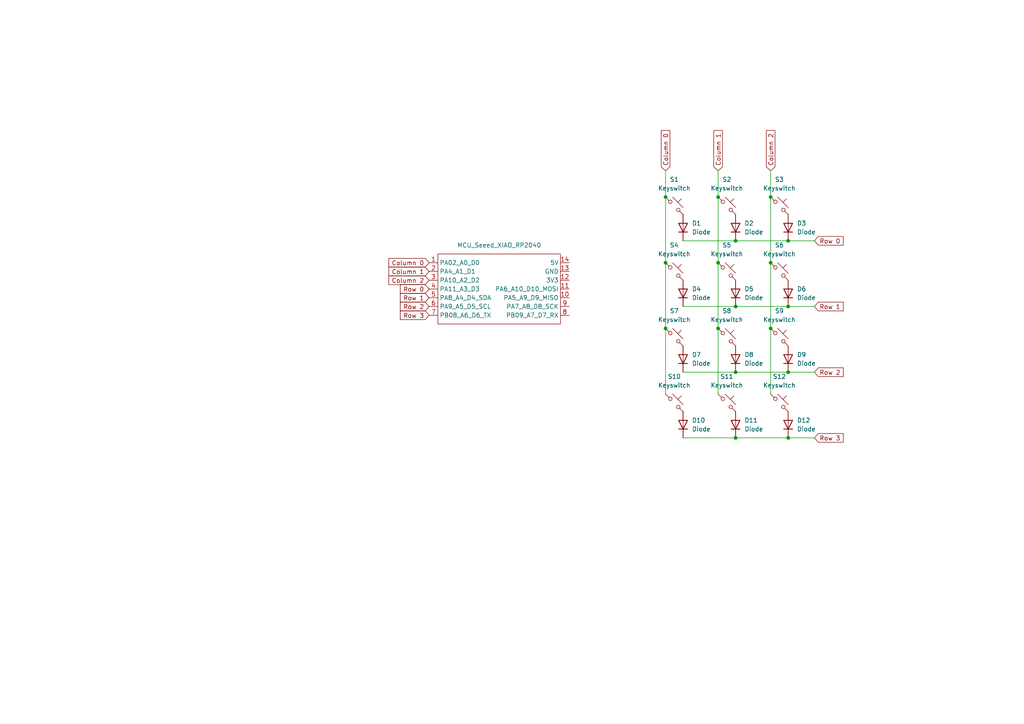
<source format=kicad_sch>
(kicad_sch (version 20231120) (generator "eeschema") (generator_version "8.0")
  (paper "A4")
  (lib_symbols
    (symbol "ScottoKeebs:MCU_Seeed_XIAO_RP2040"
      (property "Reference" "U" (at -16.51 11.43 0))
      (property "Value" "MCU_Seeed_XIAO_RP2040" (at -3.81 -11.43 0))
      (symbol "MCU_Seeed_XIAO_RP2040_0_1"
        (rectangle (start -16.51 10.16) (end 19.05 -10.16))
      )
      (symbol "MCU_Seeed_XIAO_RP2040_1_1"
        (pin passive line (at -19.05 7.62 0) (length 2.54) (name "PA02_A0_D0") (number "1"))
        (pin passive line (at 21.59 -2.54 180) (length 2.54) (name "PA5_A9_D9_MISO") (number "10"))
        (pin passive line (at 21.59 0 180) (length 2.54) (name "PA6_A10_D10_MOSI") (number "11"))
        (pin passive line (at 21.59 2.54 180) (length 2.54) (name "3V3") (number "12"))
        (pin passive line (at 21.59 5.08 180) (length 2.54) (name "GND") (number "13"))
        (pin passive line (at 21.59 7.62 180) (length 2.54) (name "5V") (number "14"))
        (pin passive line (at -19.05 5.08 0) (length 2.54) (name "PA4_A1_D1") (number "2"))
        (pin passive line (at -19.05 2.54 0) (length 2.54) (name "PA10_A2_D2") (number "3"))
        (pin passive line (at -19.05 0 0) (length 2.54) (name "PA11_A3_D3") (number "4"))
        (pin passive line (at -19.05 -2.54 0) (length 2.54) (name "PA8_A4_D4_SDA") (number "5"))
        (pin passive line (at -19.05 -5.08 0) (length 2.54) (name "PA9_A5_D5_SCL") (number "6"))
        (pin passive line (at -19.05 -7.62 0) (length 2.54) (name "PB08_A6_D6_TX") (number "7"))
        (pin passive line (at 21.59 -7.62 180) (length 2.54) (name "PB09_A7_D7_RX") (number "8"))
        (pin passive line (at 21.59 -5.08 180) (length 2.54) (name "PA7_A8_D8_SCK") (number "9"))
      )
    )
    (symbol "ScottoKeebs:Placeholder_Diode" (pin_numbers hide) (pin_names hide)
      (property "Reference" "D" (at 0 2.54 0))
      (property "Value" "Diode" (at 0 -2.54 0))
      (symbol "Placeholder_Diode_0_1"
        (polyline (pts (xy -1.27 1.27) (xy -1.27 -1.27)) (stroke (width 0.254)))
        (polyline (pts (xy 1.27 0) (xy -1.27 0)))
        (polyline (pts (xy 1.27 1.27) (xy 1.27 -1.27) (xy -1.27 0) (xy 1.27 1.27)) (stroke (width 0.254)))
      )
      (symbol "Placeholder_Diode_1_1"
        (pin passive line (at -3.81 0 0) (length 2.54) (name "K") (number "1"))
        (pin passive line (at 3.81 0 180) (length 2.54) (name "A") (number "2"))
      )
    )
    (symbol "ScottoKeebs:Placeholder_Keyswitch" (pin_numbers hide) (pin_names (offset 1.016) hide)
      (property "Reference" "S" (at 3.048 1.016 0))
      (property "Value" "Keyswitch" (at 0 -3.81 0))
      (symbol "Placeholder_Keyswitch_0_1"
        (circle (center -1.1684 1.1684) (radius 0.508))
        (polyline (pts (xy -0.508 2.54) (xy 2.54 -0.508)))
        (polyline (pts (xy 1.016 1.016) (xy 2.032 2.032)))
        (polyline (pts (xy -2.54 2.54) (xy -1.524 1.524) (xy -1.524 1.524)))
        (polyline (pts (xy 1.524 -1.524) (xy 2.54 -2.54) (xy 2.54 -2.54) (xy 2.54 -2.54)))
        (circle (center 1.143 -1.1938) (radius 0.508))
        (pin passive line (at -2.54 2.54 0) (length 0) (name "1") (number "1"))
        (pin passive line (at 2.54 -2.54 180) (length 0) (name "2") (number "2"))
      )
    )
  )
  (junction (at 193.04 95.25))
  (junction (at 208.28 76.2))
  (junction (at 228.6 127))
  (junction (at 223.52 57.15))
  (junction (at 193.04 57.15))
  (junction (at 228.6 69.85))
  (junction (at 213.36 69.85))
  (junction (at 193.04 76.2))
  (junction (at 223.52 95.25))
  (junction (at 208.28 95.25))
  (junction (at 208.28 57.15))
  (junction (at 213.36 88.9))
  (junction (at 213.36 107.95))
  (junction (at 228.6 88.9))
  (junction (at 228.6 107.95))
  (junction (at 213.36 127))
  (junction (at 223.52 76.2))
  (wire (pts (xy 198.12 127) (xy 213.36 127)))
  (wire (pts (xy 236.22 69.85) (xy 228.6 69.85)))
  (wire (pts (xy 193.04 57.15) (xy 193.04 76.2)))
  (wire (pts (xy 228.6 107.95) (xy 236.22 107.95)))
  (wire (pts (xy 208.28 49.53) (xy 208.28 57.15)))
  (wire (pts (xy 198.12 88.9) (xy 213.36 88.9)))
  (wire (pts (xy 213.36 107.95) (xy 228.6 107.95)))
  (wire (pts (xy 213.36 127) (xy 228.6 127)))
  (wire (pts (xy 208.28 76.2) (xy 208.28 95.25)))
  (wire (pts (xy 213.36 88.9) (xy 228.6 88.9)))
  (wire (pts (xy 228.6 88.9) (xy 236.22 88.9)))
  (wire (pts (xy 208.28 57.15) (xy 208.28 76.2)))
  (wire (pts (xy 193.04 95.25) (xy 193.04 114.3)))
  (wire (pts (xy 213.36 69.85) (xy 228.6 69.85)))
  (wire (pts (xy 223.52 76.2) (xy 223.52 95.25)))
  (wire (pts (xy 228.6 127) (xy 236.22 127)))
  (wire (pts (xy 223.52 95.25) (xy 223.52 114.3)))
  (wire (pts (xy 193.04 49.53) (xy 193.04 57.15)))
  (wire (pts (xy 198.12 107.95) (xy 213.36 107.95)))
  (wire (pts (xy 208.28 95.25) (xy 208.28 114.3)))
  (wire (pts (xy 223.52 49.53) (xy 223.52 57.15)))
  (wire (pts (xy 193.04 76.2) (xy 193.04 95.25)))
  (wire (pts (xy 223.52 57.15) (xy 223.52 76.2)))
  (wire (pts (xy 198.12 69.85) (xy 213.36 69.85)))
  (global_label "Row 1" (shape input) (at 124.46 86.36 180) (property "Intersheetrefs" "${INTERSHEET_REFS}" (effects (hide yes))))
  (global_label "Row 2" (shape input) (at 124.46 88.9 180) (property "Intersheetrefs" "${INTERSHEET_REFS}" (effects (hide yes))))
  (global_label "Row 3" (shape input) (at 236.22 127 0) (property "Intersheetrefs" "${INTERSHEET_REFS}" (effects (hide yes))))
  (global_label "Row 1" (shape input) (at 236.22 88.9 0) (property "Intersheetrefs" "${INTERSHEET_REFS}" (effects (hide yes))))
  (global_label "Row 3" (shape input) (at 124.46 91.44 180) (property "Intersheetrefs" "${INTERSHEET_REFS}" (effects (hide yes))))
  (global_label "Column 1" (shape input) (at 208.28 49.53 90) (property "Intersheetrefs" "${INTERSHEET_REFS}" (effects (hide yes))))
  (global_label "Column 2" (shape input) (at 223.52 49.53 90) (property "Intersheetrefs" "${INTERSHEET_REFS}" (effects (hide yes))))
  (global_label "Row 2" (shape input) (at 236.22 107.95 0) (property "Intersheetrefs" "${INTERSHEET_REFS}" (effects (hide yes))))
  (global_label "Column 0" (shape input) (at 193.04 49.53 90) (property "Intersheetrefs" "${INTERSHEET_REFS}" (effects (hide yes))))
  (global_label "Column 0" (shape input) (at 124.46 76.2 180) (property "Intersheetrefs" "${INTERSHEET_REFS}" (effects (hide yes))))
  (global_label "Row 0" (shape input) (at 236.22 69.85 0) (property "Intersheetrefs" "${INTERSHEET_REFS}" (effects (hide yes))))
  (global_label "Row 0" (shape input) (at 124.46 83.82 180) (property "Intersheetrefs" "${INTERSHEET_REFS}" (effects (hide yes))))
  (global_label "Column 1" (shape input) (at 124.46 78.74 180) (property "Intersheetrefs" "${INTERSHEET_REFS}" (effects (hide yes))))
  (global_label "Column 2" (shape input) (at 124.46 81.28 180) (property "Intersheetrefs" "${INTERSHEET_REFS}" (effects (hide yes))))
  (symbol (lib_id "ScottoKeebs:Placeholder_Keyswitch") (at 195.58 97.79 0) (unit 1)
    (property "Reference" "S7" (at 195.58 90.17 0))
    (property "Value" "Keyswitch" (at 195.58 92.71 0))
    (property "Footprint" "ScottoKeebs_MX:MX_PCB_1.00u" (effects (hide yes)))
    (property "Description" "Push button switch, normally open, two pins, 45° tilted" (effects (hide yes)))
  )
  (symbol (lib_id "ScottoKeebs:Placeholder_Keyswitch") (at 210.82 59.69 0) (unit 1)
    (property "Reference" "S2" (at 210.82 52.07 0))
    (property "Value" "Keyswitch" (at 210.82 54.61 0))
    (property "Footprint" "ScottoKeebs_MX:MX_PCB_1.00u" (effects (hide yes)))
    (property "Description" "Push button switch, normally open, two pins, 45° tilted" (effects (hide yes)))
  )
  (symbol (lib_id "ScottoKeebs:Placeholder_Keyswitch") (at 226.06 78.74 0) (unit 1)
    (property "Reference" "S6" (at 226.06 71.12 0))
    (property "Value" "Keyswitch" (at 226.06 73.66 0))
    (property "Footprint" "ScottoKeebs_MX:MX_PCB_1.00u" (effects (hide yes)))
    (property "Description" "Push button switch, normally open, two pins, 45° tilted" (effects (hide yes)))
  )
  (symbol (lib_id "ScottoKeebs:Placeholder_Diode") (at 228.6 104.14 90) (unit 1)
    (property "Reference" "D9" (at 231.14 102.8699 90) (effects (justify right)))
    (property "Value" "Diode" (at 231.14 105.4099 90) (effects (justify right)))
    (property "Footprint" "ScottoKeebs_Components:Diode_DO-35" (effects (hide yes)))
    (property "Description" "1N4148 (DO-35) or 1N4148W (SOD-123)" (effects (hide yes)))
    (property "Sim.Device" "D" (effects (hide yes)))
    (property "Sim.Pins" "1=K 2=A" (effects (hide yes)))
  )
  (symbol (lib_id "ScottoKeebs:Placeholder_Diode") (at 213.36 123.19 90) (unit 1)
    (property "Reference" "D11" (at 215.9 121.9199 90) (effects (justify right)))
    (property "Value" "Diode" (at 215.9 124.4599 90) (effects (justify right)))
    (property "Footprint" "ScottoKeebs_Components:Diode_DO-35" (effects (hide yes)))
    (property "Description" "1N4148 (DO-35) or 1N4148W (SOD-123)" (effects (hide yes)))
    (property "Sim.Device" "D" (effects (hide yes)))
    (property "Sim.Pins" "1=K 2=A" (effects (hide yes)))
  )
  (symbol (lib_id "ScottoKeebs:Placeholder_Keyswitch") (at 226.06 59.69 0) (unit 1)
    (property "Reference" "S3" (at 226.06 52.07 0))
    (property "Value" "Keyswitch" (at 226.06 54.61 0))
    (property "Footprint" "ScottoKeebs_MX:MX_PCB_1.00u" (effects (hide yes)))
    (property "Description" "Push button switch, normally open, two pins, 45° tilted" (effects (hide yes)))
  )
  (symbol (lib_id "ScottoKeebs:Placeholder_Diode") (at 198.12 104.14 90) (unit 1)
    (property "Reference" "D7" (at 200.66 102.8699 90) (effects (justify right)))
    (property "Value" "Diode" (at 200.66 105.4099 90) (effects (justify right)))
    (property "Footprint" "ScottoKeebs_Components:Diode_DO-35" (effects (hide yes)))
    (property "Description" "1N4148 (DO-35) or 1N4148W (SOD-123)" (effects (hide yes)))
    (property "Sim.Device" "D" (effects (hide yes)))
    (property "Sim.Pins" "1=K 2=A" (effects (hide yes)))
  )
  (symbol (lib_id "ScottoKeebs:Placeholder_Keyswitch") (at 195.58 78.74 0) (unit 1)
    (property "Reference" "S4" (at 195.58 71.12 0))
    (property "Value" "Keyswitch" (at 195.58 73.66 0))
    (property "Footprint" "ScottoKeebs_MX:MX_PCB_1.00u" (effects (hide yes)))
    (property "Description" "Push button switch, normally open, two pins, 45° tilted" (effects (hide yes)))
  )
  (symbol (lib_id "ScottoKeebs:Placeholder_Diode") (at 198.12 123.19 90) (unit 1)
    (property "Reference" "D10" (at 200.66 121.9199 90) (effects (justify right)))
    (property "Value" "Diode" (at 200.66 124.4599 90) (effects (justify right)))
    (property "Footprint" "ScottoKeebs_Components:Diode_DO-35" (effects (hide yes)))
    (property "Description" "1N4148 (DO-35) or 1N4148W (SOD-123)" (effects (hide yes)))
    (property "Sim.Device" "D" (effects (hide yes)))
    (property "Sim.Pins" "1=K 2=A" (effects (hide yes)))
  )
  (symbol (lib_id "ScottoKeebs:Placeholder_Keyswitch") (at 226.06 97.79 0) (unit 1)
    (property "Reference" "S9" (at 226.06 90.17 0))
    (property "Value" "Keyswitch" (at 226.06 92.71 0))
    (property "Footprint" "ScottoKeebs_MX:MX_PCB_1.00u" (effects (hide yes)))
    (property "Description" "Push button switch, normally open, two pins, 45° tilted" (effects (hide yes)))
  )
  (symbol (lib_id "ScottoKeebs:Placeholder_Diode") (at 198.12 66.04 90) (unit 1)
    (property "Reference" "D1" (at 200.66 64.7699 90) (effects (justify right)))
    (property "Value" "Diode" (at 200.66 67.3099 90) (effects (justify right)))
    (property "Footprint" "ScottoKeebs_Components:Diode_DO-35" (effects (hide yes)))
    (property "Description" "1N4148 (DO-35) or 1N4148W (SOD-123)" (effects (hide yes)))
    (property "Sim.Device" "D" (effects (hide yes)))
    (property "Sim.Pins" "1=K 2=A" (effects (hide yes)))
  )
  (symbol (lib_id "ScottoKeebs:Placeholder_Keyswitch") (at 195.58 59.69 0) (unit 1)
    (property "Reference" "S1" (at 195.58 52.07 0))
    (property "Value" "Keyswitch" (at 195.58 54.61 0))
    (property "Footprint" "ScottoKeebs_MX:MX_PCB_1.00u" (effects (hide yes)))
    (property "Description" "Push button switch, normally open, two pins, 45° tilted" (effects (hide yes)))
  )
  (symbol (lib_id "ScottoKeebs:Placeholder_Diode") (at 213.36 85.09 90) (unit 1)
    (property "Reference" "D5" (at 215.9 83.8199 90) (effects (justify right)))
    (property "Value" "Diode" (at 215.9 86.3599 90) (effects (justify right)))
    (property "Footprint" "ScottoKeebs_Components:Diode_DO-35" (effects (hide yes)))
    (property "Description" "1N4148 (DO-35) or 1N4148W (SOD-123)" (effects (hide yes)))
    (property "Sim.Device" "D" (effects (hide yes)))
    (property "Sim.Pins" "1=K 2=A" (effects (hide yes)))
  )
  (symbol (lib_id "ScottoKeebs:Placeholder_Diode") (at 198.12 85.09 90) (unit 1)
    (property "Reference" "D4" (at 200.66 83.8199 90) (effects (justify right)))
    (property "Value" "Diode" (at 200.66 86.3599 90) (effects (justify right)))
    (property "Footprint" "ScottoKeebs_Components:Diode_DO-35" (effects (hide yes)))
    (property "Description" "1N4148 (DO-35) or 1N4148W (SOD-123)" (effects (hide yes)))
    (property "Sim.Device" "D" (effects (hide yes)))
    (property "Sim.Pins" "1=K 2=A" (effects (hide yes)))
  )
  (symbol (lib_id "ScottoKeebs:Placeholder_Diode") (at 213.36 66.04 90) (unit 1)
    (property "Reference" "D2" (at 215.9 64.7699 90) (effects (justify right)))
    (property "Value" "Diode" (at 215.9 67.3099 90) (effects (justify right)))
    (property "Footprint" "ScottoKeebs_Components:Diode_DO-35" (effects (hide yes)))
    (property "Description" "1N4148 (DO-35) or 1N4148W (SOD-123)" (effects (hide yes)))
    (property "Sim.Device" "D" (effects (hide yes)))
    (property "Sim.Pins" "1=K 2=A" (effects (hide yes)))
  )
  (symbol (lib_id "ScottoKeebs:MCU_Seeed_XIAO_RP2040") (at 143.51 83.82 0) (unit 1)
    (property "Reference" "U1" (effects (hide yes)))
    (property "Value" "MCU_Seeed_XIAO_RP2040" (at 144.78 71.12 0))
    (property "Footprint" "ScottoKeebs_MCU:Seeed_XIAO_RP2040" (effects (hide yes)))
  )
  (symbol (lib_id "ScottoKeebs:Placeholder_Diode") (at 213.36 104.14 90) (unit 1)
    (property "Reference" "D8" (at 215.9 102.8699 90) (effects (justify right)))
    (property "Value" "Diode" (at 215.9 105.4099 90) (effects (justify right)))
    (property "Footprint" "ScottoKeebs_Components:Diode_DO-35" (effects (hide yes)))
    (property "Description" "1N4148 (DO-35) or 1N4148W (SOD-123)" (effects (hide yes)))
    (property "Sim.Device" "D" (effects (hide yes)))
    (property "Sim.Pins" "1=K 2=A" (effects (hide yes)))
  )
  (symbol (lib_id "ScottoKeebs:Placeholder_Keyswitch") (at 226.06 116.84 0) (unit 1)
    (property "Reference" "S12" (at 226.06 109.22 0))
    (property "Value" "Keyswitch" (at 226.06 111.76 0))
    (property "Footprint" "ScottoKeebs_MX:MX_PCB_1.00u" (effects (hide yes)))
    (property "Description" "Push button switch, normally open, two pins, 45° tilted" (effects (hide yes)))
  )
  (symbol (lib_id "ScottoKeebs:Placeholder_Keyswitch") (at 210.82 78.74 0) (unit 1)
    (property "Reference" "S5" (at 210.82 71.12 0))
    (property "Value" "Keyswitch" (at 210.82 73.66 0))
    (property "Footprint" "ScottoKeebs_MX:MX_PCB_1.00u" (effects (hide yes)))
    (property "Description" "Push button switch, normally open, two pins, 45° tilted" (effects (hide yes)))
  )
  (symbol (lib_id "ScottoKeebs:Placeholder_Keyswitch") (at 210.82 97.79 0) (unit 1)
    (property "Reference" "S8" (at 210.82 90.17 0))
    (property "Value" "Keyswitch" (at 210.82 92.71 0))
    (property "Footprint" "ScottoKeebs_MX:MX_PCB_1.00u" (effects (hide yes)))
    (property "Description" "Push button switch, normally open, two pins, 45° tilted" (effects (hide yes)))
  )
  (symbol (lib_id "ScottoKeebs:Placeholder_Diode") (at 228.6 66.04 90) (unit 1)
    (property "Reference" "D3" (at 231.14 64.7699 90) (effects (justify right)))
    (property "Value" "Diode" (at 231.14 67.3099 90) (effects (justify right)))
    (property "Footprint" "ScottoKeebs_Components:Diode_DO-35" (effects (hide yes)))
    (property "Description" "1N4148 (DO-35) or 1N4148W (SOD-123)" (effects (hide yes)))
    (property "Sim.Device" "D" (effects (hide yes)))
    (property "Sim.Pins" "1=K 2=A" (effects (hide yes)))
  )
  (symbol (lib_id "ScottoKeebs:Placeholder_Keyswitch") (at 210.82 116.84 0) (unit 1)
    (property "Reference" "S11" (at 210.82 109.22 0))
    (property "Value" "Keyswitch" (at 210.82 111.76 0))
    (property "Footprint" "ScottoKeebs_MX:MX_PCB_1.00u" (effects (hide yes)))
    (property "Description" "Push button switch, normally open, two pins, 45° tilted" (effects (hide yes)))
  )
  (symbol (lib_id "ScottoKeebs:Placeholder_Diode") (at 228.6 85.09 90) (unit 1)
    (property "Reference" "D6" (at 231.14 83.8199 90) (effects (justify right)))
    (property "Value" "Diode" (at 231.14 86.3599 90) (effects (justify right)))
    (property "Footprint" "ScottoKeebs_Components:Diode_DO-35" (effects (hide yes)))
    (property "Description" "1N4148 (DO-35) or 1N4148W (SOD-123)" (effects (hide yes)))
    (property "Sim.Device" "D" (effects (hide yes)))
    (property "Sim.Pins" "1=K 2=A" (effects (hide yes)))
  )
  (symbol (lib_id "ScottoKeebs:Placeholder_Diode") (at 228.6 123.19 90) (unit 1)
    (property "Reference" "D12" (at 231.14 121.9199 90) (effects (justify right)))
    (property "Value" "Diode" (at 231.14 124.4599 90) (effects (justify right)))
    (property "Footprint" "ScottoKeebs_Components:Diode_DO-35" (effects (hide yes)))
    (property "Description" "1N4148 (DO-35) or 1N4148W (SOD-123)" (effects (hide yes)))
    (property "Sim.Device" "D" (effects (hide yes)))
    (property "Sim.Pins" "1=K 2=A" (effects (hide yes)))
  )
  (symbol (lib_id "ScottoKeebs:Placeholder_Keyswitch") (at 195.58 116.84 0) (unit 1)
    (property "Reference" "S10" (at 195.58 109.22 0))
    (property "Value" "Keyswitch" (at 195.58 111.76 0))
    (property "Footprint" "ScottoKeebs_MX:MX_PCB_1.00u" (effects (hide yes)))
    (property "Description" "Push button switch, normally open, two pins, 45° tilted" (effects (hide yes)))
  )
)
</source>
